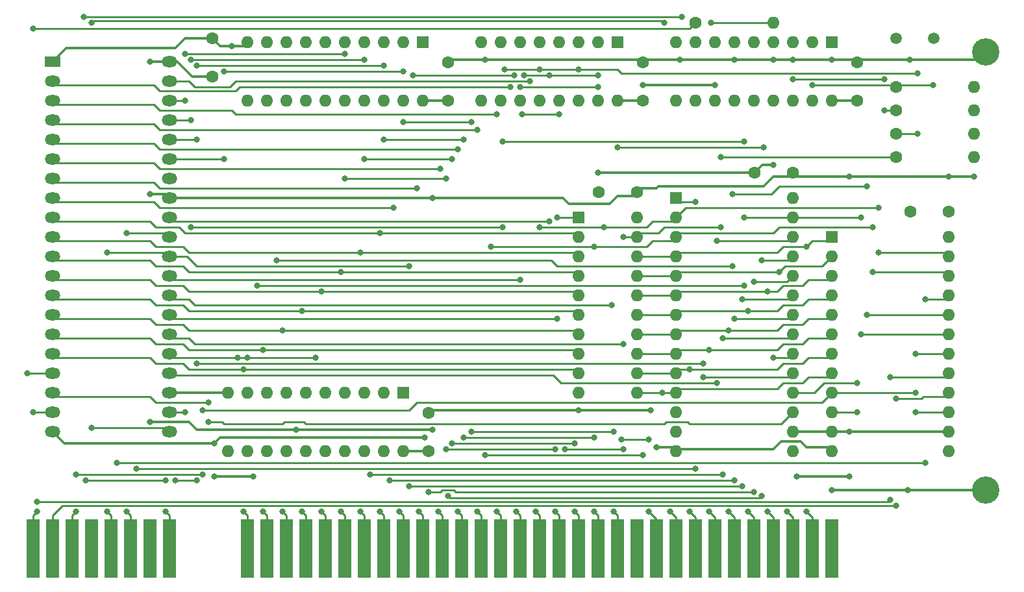
<source format=gbr>
G04 #@! TF.GenerationSoftware,KiCad,Pcbnew,(5.1.8)-1*
G04 #@! TF.CreationDate,2022-07-22T12:19:48-06:00*
G04 #@! TF.ProjectId,8088,38303838-2e6b-4696-9361-645f70636258,rev?*
G04 #@! TF.SameCoordinates,Original*
G04 #@! TF.FileFunction,Copper,L1,Top*
G04 #@! TF.FilePolarity,Positive*
%FSLAX46Y46*%
G04 Gerber Fmt 4.6, Leading zero omitted, Abs format (unit mm)*
G04 Created by KiCad (PCBNEW (5.1.8)-1) date 2022-07-22 12:19:48*
%MOMM*%
%LPD*%
G01*
G04 APERTURE LIST*
G04 #@! TA.AperFunction,ComponentPad*
%ADD10O,2.000000X1.440000*%
G04 #@! TD*
G04 #@! TA.AperFunction,ComponentPad*
%ADD11R,2.000000X1.440000*%
G04 #@! TD*
G04 #@! TA.AperFunction,ComponentPad*
%ADD12C,1.600000*%
G04 #@! TD*
G04 #@! TA.AperFunction,ComponentPad*
%ADD13C,1.500000*%
G04 #@! TD*
G04 #@! TA.AperFunction,ComponentPad*
%ADD14O,1.600000X1.600000*%
G04 #@! TD*
G04 #@! TA.AperFunction,ComponentPad*
%ADD15R,1.600000X1.600000*%
G04 #@! TD*
G04 #@! TA.AperFunction,ConnectorPad*
%ADD16R,1.780000X7.620000*%
G04 #@! TD*
G04 #@! TA.AperFunction,ComponentPad*
%ADD17C,3.556000*%
G04 #@! TD*
G04 #@! TA.AperFunction,ViaPad*
%ADD18C,0.800000*%
G04 #@! TD*
G04 #@! TA.AperFunction,Conductor*
%ADD19C,0.330200*%
G04 #@! TD*
G04 #@! TA.AperFunction,Conductor*
%ADD20C,0.250000*%
G04 #@! TD*
G04 APERTURE END LIST*
D10*
G04 #@! TO.P,U1,21*
G04 #@! TO.N,/RESET1*
X75176380Y-114528600D03*
G04 #@! TO.P,U1,20*
G04 #@! TO.N,/GND*
X59936380Y-114528600D03*
G04 #@! TO.P,U1,22*
G04 #@! TO.N,/READY1*
X75176380Y-111988600D03*
G04 #@! TO.P,U1,19*
G04 #@! TO.N,/CLK_88*
X59936380Y-111988600D03*
G04 #@! TO.P,U1,23*
G04 #@! TO.N,/GND*
X75176380Y-109448600D03*
G04 #@! TO.P,U1,18*
G04 #@! TO.N,/INTR*
X59936380Y-109448600D03*
G04 #@! TO.P,U1,24*
G04 #@! TO.N,/INTA*
X75176380Y-106908600D03*
G04 #@! TO.P,U1,17*
G04 #@! TO.N,/NMI*
X59936380Y-106908600D03*
G04 #@! TO.P,U1,25*
G04 #@! TO.N,/ALE*
X75176380Y-104368600D03*
G04 #@! TO.P,U1,16*
G04 #@! TO.N,/AD0*
X59936380Y-104368600D03*
G04 #@! TO.P,U1,26*
G04 #@! TO.N,/DEN*
X75176380Y-101828600D03*
G04 #@! TO.P,U1,15*
G04 #@! TO.N,/AD1*
X59936380Y-101828600D03*
G04 #@! TO.P,U1,27*
G04 #@! TO.N,/DTR*
X75176380Y-99288600D03*
G04 #@! TO.P,U1,14*
G04 #@! TO.N,/AD2*
X59936380Y-99288600D03*
G04 #@! TO.P,U1,28*
G04 #@! TO.N,/IO_M*
X75176380Y-96748600D03*
G04 #@! TO.P,U1,13*
G04 #@! TO.N,/AD3*
X59936380Y-96748600D03*
G04 #@! TO.P,U1,29*
G04 #@! TO.N,/WR*
X75176380Y-94208600D03*
G04 #@! TO.P,U1,12*
G04 #@! TO.N,/AD4*
X59936380Y-94208600D03*
G04 #@! TO.P,U1,30*
G04 #@! TO.N,/HOLDA*
X75176380Y-91668600D03*
G04 #@! TO.P,U1,11*
G04 #@! TO.N,/AD5*
X59936380Y-91668600D03*
G04 #@! TO.P,U1,31*
G04 #@! TO.N,/HOLD*
X75176380Y-89128600D03*
G04 #@! TO.P,U1,10*
G04 #@! TO.N,/AD6*
X59936380Y-89128600D03*
G04 #@! TO.P,U1,32*
G04 #@! TO.N,/RD*
X75176380Y-86588600D03*
G04 #@! TO.P,U1,9*
G04 #@! TO.N,/AD7*
X59936380Y-86588600D03*
G04 #@! TO.P,U1,33*
G04 #@! TO.N,/5+*
X75176380Y-84048600D03*
G04 #@! TO.P,U1,8*
G04 #@! TO.N,/A8*
X59936380Y-84048600D03*
G04 #@! TO.P,U1,34*
G04 #@! TO.N,Net-(U1-Pad34)*
X75176380Y-81508600D03*
G04 #@! TO.P,U1,7*
G04 #@! TO.N,/A9*
X59936380Y-81508600D03*
G04 #@! TO.P,U1,35*
G04 #@! TO.N,/A19_*
X75176380Y-78968600D03*
G04 #@! TO.P,U1,6*
G04 #@! TO.N,/A10*
X59936380Y-78968600D03*
G04 #@! TO.P,U1,36*
G04 #@! TO.N,/A18_*
X75176380Y-76428600D03*
G04 #@! TO.P,U1,5*
G04 #@! TO.N,/A11*
X59936380Y-76428600D03*
G04 #@! TO.P,U1,37*
G04 #@! TO.N,/A17_*
X75176380Y-73888600D03*
G04 #@! TO.P,U1,4*
G04 #@! TO.N,/A12*
X59936380Y-73888600D03*
G04 #@! TO.P,U1,38*
G04 #@! TO.N,/A16_*
X75176380Y-71348600D03*
G04 #@! TO.P,U1,3*
G04 #@! TO.N,/A13*
X59936380Y-71348600D03*
G04 #@! TO.P,U1,39*
G04 #@! TO.N,/A15*
X75176380Y-68808600D03*
G04 #@! TO.P,U1,2*
G04 #@! TO.N,/A14*
X59936380Y-68808600D03*
G04 #@! TO.P,U1,40*
G04 #@! TO.N,/5+*
X75176380Y-66268600D03*
D11*
G04 #@! TO.P,U1,1*
G04 #@! TO.N,/GND*
X59936380Y-66268600D03*
G04 #@! TD*
D12*
G04 #@! TO.P,C1,2*
G04 #@! TO.N,/5+*
X80764380Y-68220600D03*
G04 #@! TO.P,C1,1*
G04 #@! TO.N,/GND*
X80764380Y-63220600D03*
G04 #@! TD*
D13*
G04 #@! TO.P,Y1,2*
G04 #@! TO.N,/X1*
X174818380Y-63220600D03*
G04 #@! TO.P,Y1,1*
G04 #@! TO.N,/X2*
X169918380Y-63220600D03*
G04 #@! TD*
D14*
G04 #@! TO.P,U5,16*
G04 #@! TO.N,/5+*
X133596380Y-71348600D03*
G04 #@! TO.P,U5,8*
G04 #@! TO.N,/GND*
X115816380Y-63728600D03*
G04 #@! TO.P,U5,15*
G04 #@! TO.N,/HOLDA*
X131056380Y-71348600D03*
G04 #@! TO.P,U5,7*
G04 #@! TO.N,/IORD*
X118356380Y-63728600D03*
G04 #@! TO.P,U5,14*
G04 #@! TO.N,/PU1*
X128516380Y-71348600D03*
G04 #@! TO.P,U5,6*
G04 #@! TO.N,/RD*
X120896380Y-63728600D03*
G04 #@! TO.P,U5,13*
G04 #@! TO.N,/WR*
X125976380Y-71348600D03*
G04 #@! TO.P,U5,5*
G04 #@! TO.N,/PU1*
X123436380Y-63728600D03*
G04 #@! TO.P,U5,12*
G04 #@! TO.N,/IOWR*
X123436380Y-71348600D03*
G04 #@! TO.P,U5,4*
G04 #@! TO.N,/MRD*
X125976380Y-63728600D03*
G04 #@! TO.P,U5,11*
G04 #@! TO.N,/WR*
X120896380Y-71348600D03*
G04 #@! TO.P,U5,3*
G04 #@! TO.N,/PU1*
X128516380Y-63728600D03*
G04 #@! TO.P,U5,10*
X118356380Y-71348600D03*
G04 #@! TO.P,U5,2*
G04 #@! TO.N,/RD*
X131056380Y-63728600D03*
G04 #@! TO.P,U5,9*
G04 #@! TO.N,/MWR*
X115816380Y-71348600D03*
D15*
G04 #@! TO.P,U5,1*
G04 #@! TO.N,/IO_M*
X133596380Y-63728600D03*
G04 #@! TD*
D14*
G04 #@! TO.P,U8,24*
G04 #@! TO.N,/5+*
X176776380Y-89128600D03*
G04 #@! TO.P,U8,12*
G04 #@! TO.N,/GND*
X161536380Y-117068600D03*
G04 #@! TO.P,U8,23*
G04 #@! TO.N,/IOWR*
X176776380Y-91668600D03*
G04 #@! TO.P,U8,11*
G04 #@! TO.N,/5+*
X161536380Y-114528600D03*
G04 #@! TO.P,U8,22*
G04 #@! TO.N,/IORD*
X176776380Y-94208600D03*
G04 #@! TO.P,U8,10*
G04 #@! TO.N,/IRQ0*
X161536380Y-111988600D03*
G04 #@! TO.P,U8,21*
G04 #@! TO.N,/IO_004X*
X176776380Y-96748600D03*
G04 #@! TO.P,U8,9*
G04 #@! TO.N,/HF_PCLK*
X161536380Y-109448600D03*
G04 #@! TO.P,U8,20*
G04 #@! TO.N,/A1*
X176776380Y-99288600D03*
G04 #@! TO.P,U8,8*
G04 #@! TO.N,/D0*
X161536380Y-106908600D03*
G04 #@! TO.P,U8,19*
G04 #@! TO.N,/A0*
X176776380Y-101828600D03*
G04 #@! TO.P,U8,7*
G04 #@! TO.N,/D1*
X161536380Y-104368600D03*
G04 #@! TO.P,U8,18*
G04 #@! TO.N,/HF_PCLK*
X176776380Y-104368600D03*
G04 #@! TO.P,U8,6*
G04 #@! TO.N,/D2*
X161536380Y-101828600D03*
G04 #@! TO.P,U8,17*
G04 #@! TO.N,/SPK_OUT*
X176776380Y-106908600D03*
G04 #@! TO.P,U8,5*
G04 #@! TO.N,/D3*
X161536380Y-99288600D03*
G04 #@! TO.P,U8,16*
G04 #@! TO.N,/SPK_GO*
X176776380Y-109448600D03*
G04 #@! TO.P,U8,4*
G04 #@! TO.N,/D4*
X161536380Y-96748600D03*
G04 #@! TO.P,U8,15*
G04 #@! TO.N,/HF_PCLK*
X176776380Y-111988600D03*
G04 #@! TO.P,U8,3*
G04 #@! TO.N,/D5*
X161536380Y-94208600D03*
G04 #@! TO.P,U8,14*
G04 #@! TO.N,/5+*
X176776380Y-114528600D03*
G04 #@! TO.P,U8,2*
G04 #@! TO.N,/D6*
X161536380Y-91668600D03*
G04 #@! TO.P,U8,13*
G04 #@! TO.N,Net-(U8-Pad13)*
X176776380Y-117068600D03*
D15*
G04 #@! TO.P,U8,1*
G04 #@! TO.N,/D7*
X161536380Y-89128600D03*
G04 #@! TD*
D14*
G04 #@! TO.P,U7,28*
G04 #@! TO.N,/5+*
X156456380Y-84048600D03*
G04 #@! TO.P,U7,14*
G04 #@! TO.N,/GND*
X141216380Y-117068600D03*
G04 #@! TO.P,U7,27*
G04 #@! TO.N,/A0*
X156456380Y-86588600D03*
G04 #@! TO.P,U7,13*
G04 #@! TO.N,Net-(U7-Pad13)*
X141216380Y-114528600D03*
G04 #@! TO.P,U7,26*
G04 #@! TO.N,/INTA*
X156456380Y-89128600D03*
G04 #@! TO.P,U7,12*
G04 #@! TO.N,Net-(U7-Pad12)*
X141216380Y-111988600D03*
G04 #@! TO.P,U7,25*
G04 #@! TO.N,/IRQ7*
X156456380Y-91668600D03*
G04 #@! TO.P,U7,11*
G04 #@! TO.N,/D0*
X141216380Y-109448600D03*
G04 #@! TO.P,U7,24*
G04 #@! TO.N,/IRQ6*
X156456380Y-94208600D03*
G04 #@! TO.P,U7,10*
G04 #@! TO.N,/D1*
X141216380Y-106908600D03*
G04 #@! TO.P,U7,23*
G04 #@! TO.N,/IRQ5*
X156456380Y-96748600D03*
G04 #@! TO.P,U7,9*
G04 #@! TO.N,/D2*
X141216380Y-104368600D03*
G04 #@! TO.P,U7,22*
G04 #@! TO.N,/IRQ4*
X156456380Y-99288600D03*
G04 #@! TO.P,U7,8*
G04 #@! TO.N,/D3*
X141216380Y-101828600D03*
G04 #@! TO.P,U7,21*
G04 #@! TO.N,/IRQ3*
X156456380Y-101828600D03*
G04 #@! TO.P,U7,7*
G04 #@! TO.N,/D4*
X141216380Y-99288600D03*
G04 #@! TO.P,U7,20*
G04 #@! TO.N,/IRQ2*
X156456380Y-104368600D03*
G04 #@! TO.P,U7,6*
G04 #@! TO.N,/D5*
X141216380Y-96748600D03*
G04 #@! TO.P,U7,19*
G04 #@! TO.N,/IRQ1*
X156456380Y-106908600D03*
G04 #@! TO.P,U7,5*
G04 #@! TO.N,/D6*
X141216380Y-94208600D03*
G04 #@! TO.P,U7,18*
G04 #@! TO.N,/IRQ0*
X156456380Y-109448600D03*
G04 #@! TO.P,U7,4*
G04 #@! TO.N,/D7*
X141216380Y-91668600D03*
G04 #@! TO.P,U7,17*
G04 #@! TO.N,/INTR*
X156456380Y-111988600D03*
G04 #@! TO.P,U7,3*
G04 #@! TO.N,/IORD*
X141216380Y-89128600D03*
G04 #@! TO.P,U7,16*
G04 #@! TO.N,/5+*
X156456380Y-114528600D03*
G04 #@! TO.P,U7,2*
G04 #@! TO.N,/IOWR*
X141216380Y-86588600D03*
G04 #@! TO.P,U7,15*
G04 #@! TO.N,Net-(U7-Pad15)*
X156456380Y-117068600D03*
D15*
G04 #@! TO.P,U7,1*
G04 #@! TO.N,/IO_002X*
X141216380Y-84048600D03*
G04 #@! TD*
D14*
G04 #@! TO.P,U6,18*
G04 #@! TO.N,/5+*
X161536380Y-71348600D03*
G04 #@! TO.P,U6,9*
G04 #@! TO.N,/GND*
X141216380Y-63728600D03*
G04 #@! TO.P,U6,17*
G04 #@! TO.N,/X1*
X158996380Y-71348600D03*
G04 #@! TO.P,U6,8*
G04 #@! TO.N,/CLK1*
X143756380Y-63728600D03*
G04 #@! TO.P,U6,16*
G04 #@! TO.N,/X2*
X156456380Y-71348600D03*
G04 #@! TO.P,U6,7*
G04 #@! TO.N,/5+*
X146296380Y-63728600D03*
G04 #@! TO.P,U6,15*
G04 #@! TO.N,/GND*
X153916380Y-71348600D03*
G04 #@! TO.P,U6,6*
X148836380Y-63728600D03*
G04 #@! TO.P,U6,14*
G04 #@! TO.N,Net-(U6-Pad14)*
X151376380Y-71348600D03*
G04 #@! TO.P,U6,5*
G04 #@! TO.N,/READY1*
X151376380Y-63728600D03*
G04 #@! TO.P,U6,13*
G04 #@! TO.N,/GND*
X148836380Y-71348600D03*
G04 #@! TO.P,U6,4*
G04 #@! TO.N,/RDY1*
X153916380Y-63728600D03*
G04 #@! TO.P,U6,12*
G04 #@! TO.N,Net-(U6-Pad12)*
X146296380Y-71348600D03*
G04 #@! TO.P,U6,3*
G04 #@! TO.N,/GND*
X156456380Y-63728600D03*
G04 #@! TO.P,U6,11*
G04 #@! TO.N,/RESET*
X143756380Y-71348600D03*
G04 #@! TO.P,U6,2*
G04 #@! TO.N,Net-(U6-Pad2)*
X158996380Y-63728600D03*
G04 #@! TO.P,U6,10*
G04 #@! TO.N,/RESET1*
X141216380Y-71348600D03*
D15*
G04 #@! TO.P,U6,1*
G04 #@! TO.N,/GND*
X161536380Y-63728600D03*
G04 #@! TD*
D14*
G04 #@! TO.P,R4,2*
G04 #@! TO.N,/5+*
X180078380Y-75666600D03*
D12*
G04 #@! TO.P,R4,1*
G04 #@! TO.N,/PU1*
X169918380Y-75666600D03*
G04 #@! TD*
D14*
G04 #@! TO.P,R2,2*
G04 #@! TO.N,/GND*
X180078380Y-69570600D03*
D12*
G04 #@! TO.P,R2,1*
G04 #@! TO.N,/X1*
X169918380Y-69570600D03*
G04 #@! TD*
D14*
G04 #@! TO.P,R3,2*
G04 #@! TO.N,/GND*
X180078380Y-72618600D03*
D12*
G04 #@! TO.P,R3,1*
G04 #@! TO.N,/X2*
X169918380Y-72618600D03*
G04 #@! TD*
D14*
G04 #@! TO.P,R1,2*
G04 #@! TO.N,/CLK1*
X153916380Y-61188600D03*
D12*
G04 #@! TO.P,R1,1*
G04 #@! TO.N,/CLK_88*
X143756380Y-61188600D03*
G04 #@! TD*
D14*
G04 #@! TO.P,R5,2*
G04 #@! TO.N,/5+*
X180078380Y-78714600D03*
D12*
G04 #@! TO.P,R5,1*
G04 #@! TO.N,/DEN*
X169918380Y-78714600D03*
G04 #@! TD*
G04 #@! TO.P,C8,2*
G04 #@! TO.N,/5+*
X176776380Y-85826600D03*
G04 #@! TO.P,C8,1*
G04 #@! TO.N,/GND*
X171776380Y-85826600D03*
G04 #@! TD*
G04 #@! TO.P,C7,2*
G04 #@! TO.N,/5+*
X156456380Y-80746600D03*
G04 #@! TO.P,C7,1*
G04 #@! TO.N,/GND*
X151456380Y-80746600D03*
G04 #@! TD*
G04 #@! TO.P,C6,2*
G04 #@! TO.N,/5+*
X164838380Y-71348600D03*
G04 #@! TO.P,C6,1*
G04 #@! TO.N,/GND*
X164838380Y-66348600D03*
G04 #@! TD*
G04 #@! TO.P,C5,2*
G04 #@! TO.N,/5+*
X136898380Y-71348600D03*
G04 #@! TO.P,C5,1*
G04 #@! TO.N,/GND*
X136898380Y-66348600D03*
G04 #@! TD*
D16*
G04 #@! TO.P,J1,9*
G04 #@! TO.N,/SPK_OUT*
X57396380Y-129768600D03*
G04 #@! TO.P,J1,10*
G04 #@! TO.N,/SPK_GO*
X59936380Y-129768600D03*
G04 #@! TO.P,J1,11*
G04 #@! TO.N,/HF_PCLK*
X62476380Y-129768600D03*
G04 #@! TO.P,J1,12*
G04 #@! TO.N,/DRQ0*
X65016380Y-129768600D03*
G04 #@! TO.P,J1,13*
G04 #@! TO.N,/HOLDA*
X67556380Y-129768600D03*
G04 #@! TO.P,J1,14*
G04 #@! TO.N,/HOLD*
X70096380Y-129768600D03*
G04 #@! TO.P,J1,15*
G04 #@! TO.N,/READY*
X72636380Y-129768600D03*
G04 #@! TO.P,J1,16*
G04 #@! TO.N,/RESET*
X75176380Y-129768600D03*
G04 #@! TD*
D14*
G04 #@! TO.P,U4,20*
G04 #@! TO.N,/5+*
X136136380Y-86588600D03*
G04 #@! TO.P,U4,10*
G04 #@! TO.N,/GND*
X128516380Y-109448600D03*
G04 #@! TO.P,U4,19*
G04 #@! TO.N,/DEN*
X136136380Y-89128600D03*
G04 #@! TO.P,U4,9*
G04 #@! TO.N,/AD0*
X128516380Y-106908600D03*
G04 #@! TO.P,U4,18*
G04 #@! TO.N,/D7*
X136136380Y-91668600D03*
G04 #@! TO.P,U4,8*
G04 #@! TO.N,/AD1*
X128516380Y-104368600D03*
G04 #@! TO.P,U4,17*
G04 #@! TO.N,/D6*
X136136380Y-94208600D03*
G04 #@! TO.P,U4,7*
G04 #@! TO.N,/AD2*
X128516380Y-101828600D03*
G04 #@! TO.P,U4,16*
G04 #@! TO.N,/D5*
X136136380Y-96748600D03*
G04 #@! TO.P,U4,6*
G04 #@! TO.N,/AD3*
X128516380Y-99288600D03*
G04 #@! TO.P,U4,15*
G04 #@! TO.N,/D4*
X136136380Y-99288600D03*
G04 #@! TO.P,U4,5*
G04 #@! TO.N,/AD4*
X128516380Y-96748600D03*
G04 #@! TO.P,U4,14*
G04 #@! TO.N,/D3*
X136136380Y-101828600D03*
G04 #@! TO.P,U4,4*
G04 #@! TO.N,/AD5*
X128516380Y-94208600D03*
G04 #@! TO.P,U4,13*
G04 #@! TO.N,/D2*
X136136380Y-104368600D03*
G04 #@! TO.P,U4,3*
G04 #@! TO.N,/AD6*
X128516380Y-91668600D03*
G04 #@! TO.P,U4,12*
G04 #@! TO.N,/D1*
X136136380Y-106908600D03*
G04 #@! TO.P,U4,2*
G04 #@! TO.N,/AD7*
X128516380Y-89128600D03*
G04 #@! TO.P,U4,11*
G04 #@! TO.N,/D0*
X136136380Y-109448600D03*
D15*
G04 #@! TO.P,U4,1*
G04 #@! TO.N,/DTR*
X128516380Y-86588600D03*
G04 #@! TD*
D14*
G04 #@! TO.P,U2,20*
G04 #@! TO.N,/5+*
X108196380Y-71348600D03*
G04 #@! TO.P,U2,10*
G04 #@! TO.N,/GND*
X85336380Y-63728600D03*
G04 #@! TO.P,U2,19*
G04 #@! TO.N,/A19*
X105656380Y-71348600D03*
G04 #@! TO.P,U2,9*
G04 #@! TO.N,Net-(U2-Pad9)*
X87876380Y-63728600D03*
G04 #@! TO.P,U2,18*
G04 #@! TO.N,/A18*
X103116380Y-71348600D03*
G04 #@! TO.P,U2,8*
G04 #@! TO.N,Net-(U2-Pad8)*
X90416380Y-63728600D03*
G04 #@! TO.P,U2,17*
G04 #@! TO.N,/A17*
X100576380Y-71348600D03*
G04 #@! TO.P,U2,7*
G04 #@! TO.N,Net-(U2-Pad7)*
X92956380Y-63728600D03*
G04 #@! TO.P,U2,16*
G04 #@! TO.N,/A16*
X98036380Y-71348600D03*
G04 #@! TO.P,U2,6*
G04 #@! TO.N,Net-(U2-Pad6)*
X95496380Y-63728600D03*
G04 #@! TO.P,U2,15*
G04 #@! TO.N,Net-(U2-Pad15)*
X95496380Y-71348600D03*
G04 #@! TO.P,U2,5*
G04 #@! TO.N,/A16_*
X98036380Y-63728600D03*
G04 #@! TO.P,U2,14*
G04 #@! TO.N,Net-(U2-Pad14)*
X92956380Y-71348600D03*
G04 #@! TO.P,U2,4*
G04 #@! TO.N,/A17_*
X100576380Y-63728600D03*
G04 #@! TO.P,U2,13*
G04 #@! TO.N,Net-(U2-Pad13)*
X90416380Y-71348600D03*
G04 #@! TO.P,U2,3*
G04 #@! TO.N,/A18_*
X103116380Y-63728600D03*
G04 #@! TO.P,U2,12*
G04 #@! TO.N,Net-(U2-Pad12)*
X87876380Y-71348600D03*
G04 #@! TO.P,U2,2*
G04 #@! TO.N,/A19_*
X105656380Y-63728600D03*
G04 #@! TO.P,U2,11*
G04 #@! TO.N,/ALE*
X85336380Y-71348600D03*
D15*
G04 #@! TO.P,U2,1*
G04 #@! TO.N,/HOLDA*
X108196380Y-63728600D03*
G04 #@! TD*
D14*
G04 #@! TO.P,U3,20*
G04 #@! TO.N,/5+*
X105656380Y-117068600D03*
G04 #@! TO.P,U3,10*
G04 #@! TO.N,/GND*
X82796380Y-109448600D03*
G04 #@! TO.P,U3,19*
G04 #@! TO.N,/A7*
X103116380Y-117068600D03*
G04 #@! TO.P,U3,9*
G04 #@! TO.N,/AD0*
X85336380Y-109448600D03*
G04 #@! TO.P,U3,18*
G04 #@! TO.N,/A6*
X100576380Y-117068600D03*
G04 #@! TO.P,U3,8*
G04 #@! TO.N,/AD1*
X87876380Y-109448600D03*
G04 #@! TO.P,U3,17*
G04 #@! TO.N,/A5*
X98036380Y-117068600D03*
G04 #@! TO.P,U3,7*
G04 #@! TO.N,/AD2*
X90416380Y-109448600D03*
G04 #@! TO.P,U3,16*
G04 #@! TO.N,/A4*
X95496380Y-117068600D03*
G04 #@! TO.P,U3,6*
G04 #@! TO.N,/AD3*
X92956380Y-109448600D03*
G04 #@! TO.P,U3,15*
G04 #@! TO.N,/A3*
X92956380Y-117068600D03*
G04 #@! TO.P,U3,5*
G04 #@! TO.N,/AD4*
X95496380Y-109448600D03*
G04 #@! TO.P,U3,14*
G04 #@! TO.N,/A2*
X90416380Y-117068600D03*
G04 #@! TO.P,U3,4*
G04 #@! TO.N,/AD5*
X98036380Y-109448600D03*
G04 #@! TO.P,U3,13*
G04 #@! TO.N,/A1*
X87876380Y-117068600D03*
G04 #@! TO.P,U3,3*
G04 #@! TO.N,/AD6*
X100576380Y-109448600D03*
G04 #@! TO.P,U3,12*
G04 #@! TO.N,/A0*
X85336380Y-117068600D03*
G04 #@! TO.P,U3,2*
G04 #@! TO.N,/AD7*
X103116380Y-109448600D03*
G04 #@! TO.P,U3,11*
G04 #@! TO.N,/ALE*
X82796380Y-117068600D03*
D15*
G04 #@! TO.P,U3,1*
G04 #@! TO.N,/HOLDA*
X105656380Y-109448600D03*
G04 #@! TD*
D12*
G04 #@! TO.P,C4,2*
G04 #@! TO.N,/5+*
X136136380Y-83286600D03*
G04 #@! TO.P,C4,1*
G04 #@! TO.N,/GND*
X131136380Y-83286600D03*
G04 #@! TD*
G04 #@! TO.P,C3,2*
G04 #@! TO.N,/5+*
X108958380Y-117068600D03*
G04 #@! TO.P,C3,1*
G04 #@! TO.N,/GND*
X108958380Y-112068600D03*
G04 #@! TD*
G04 #@! TO.P,C2,2*
G04 #@! TO.N,/5+*
X111498380Y-71348600D03*
G04 #@! TO.P,C2,1*
G04 #@! TO.N,/GND*
X111498380Y-66348600D03*
G04 #@! TD*
D16*
G04 #@! TO.P,J9,62*
G04 #@! TO.N,/A0*
X85336380Y-129768600D03*
G04 #@! TO.P,J9,61*
G04 #@! TO.N,/A1*
X87876380Y-129768600D03*
G04 #@! TO.P,J9,60*
G04 #@! TO.N,/A2*
X90416380Y-129768600D03*
G04 #@! TO.P,J9,59*
G04 #@! TO.N,/A3*
X92956380Y-129768600D03*
G04 #@! TO.P,J9,58*
G04 #@! TO.N,/A4*
X95496380Y-129768600D03*
G04 #@! TO.P,J9,57*
G04 #@! TO.N,/A5*
X98036380Y-129768600D03*
G04 #@! TO.P,J9,56*
G04 #@! TO.N,/A6*
X100576380Y-129768600D03*
G04 #@! TO.P,J9,55*
G04 #@! TO.N,/A7*
X103116380Y-129768600D03*
G04 #@! TO.P,J9,54*
G04 #@! TO.N,/A8*
X105656380Y-129768600D03*
G04 #@! TO.P,J9,53*
G04 #@! TO.N,/A9*
X108196380Y-129768600D03*
G04 #@! TO.P,J9,52*
G04 #@! TO.N,/A10*
X110736380Y-129768600D03*
G04 #@! TO.P,J9,51*
G04 #@! TO.N,/A11*
X113276380Y-129768600D03*
G04 #@! TO.P,J9,50*
G04 #@! TO.N,/A12*
X115816380Y-129768600D03*
G04 #@! TO.P,J9,49*
G04 #@! TO.N,/A13*
X118356380Y-129768600D03*
G04 #@! TO.P,J9,48*
G04 #@! TO.N,/A14*
X120896380Y-129768600D03*
G04 #@! TO.P,J9,47*
G04 #@! TO.N,/A15*
X123436380Y-129768600D03*
G04 #@! TO.P,J9,46*
G04 #@! TO.N,/A16*
X125976380Y-129768600D03*
G04 #@! TO.P,J9,45*
G04 #@! TO.N,/A17*
X128516380Y-129768600D03*
G04 #@! TO.P,J9,44*
G04 #@! TO.N,/A18*
X131056380Y-129768600D03*
G04 #@! TO.P,J9,43*
G04 #@! TO.N,/A19*
X133596380Y-129768600D03*
G04 #@! TO.P,J9,42*
G04 #@! TO.N,/AEN*
X136136380Y-129768600D03*
G04 #@! TO.P,J9,41*
G04 #@! TO.N,/RDY1*
X138676380Y-129768600D03*
G04 #@! TO.P,J9,40*
G04 #@! TO.N,/D0*
X141216380Y-129768600D03*
G04 #@! TO.P,J9,39*
G04 #@! TO.N,/D1*
X143756380Y-129768600D03*
G04 #@! TO.P,J9,38*
G04 #@! TO.N,/D2*
X146296380Y-129768600D03*
G04 #@! TO.P,J9,37*
G04 #@! TO.N,/D3*
X148836380Y-129768600D03*
G04 #@! TO.P,J9,36*
G04 #@! TO.N,/D4*
X151376380Y-129768600D03*
G04 #@! TO.P,J9,35*
G04 #@! TO.N,/D5*
X153916380Y-129768600D03*
G04 #@! TO.P,J9,34*
G04 #@! TO.N,/D6*
X156456380Y-129768600D03*
G04 #@! TO.P,J9,33*
G04 #@! TO.N,/D7*
X158996380Y-129768600D03*
G04 #@! TO.P,J9,32*
G04 #@! TO.N,/CH_CK*
X161536380Y-129768600D03*
G04 #@! TD*
D17*
G04 #@! TO.P,R,1*
G04 #@! TO.N,/GND*
X181602380Y-122148600D03*
G04 #@! TD*
G04 #@! TO.P,R,1*
G04 #@! TO.N,/GND*
X181602380Y-64998600D03*
G04 #@! TD*
D18*
G04 #@! TO.N,/5+*
X156964380Y-120370600D03*
X163822380Y-120370600D03*
X163822380Y-114528600D03*
X72636380Y-83540600D03*
X176776380Y-81254600D03*
X109466380Y-84048600D03*
X72636380Y-113258600D03*
X109466380Y-114274596D03*
X163822380Y-81254600D03*
X146296380Y-69316600D03*
X136898380Y-69316600D03*
X180078380Y-81254600D03*
X91686384Y-114274596D03*
X72636380Y-66268600D03*
G04 #@! TO.N,/GND*
X161536380Y-122148600D03*
X108450380Y-115290600D03*
X83304380Y-64236600D03*
X161536380Y-66014600D03*
X156456380Y-66014600D03*
X153916380Y-66014600D03*
X148836380Y-66014600D03*
X141724380Y-66014600D03*
X116324380Y-66014600D03*
X128516380Y-111734600D03*
X137914380Y-111734600D03*
X171696380Y-66014600D03*
X171442380Y-122148600D03*
X153916380Y-79730600D03*
X131056380Y-80746600D03*
X138676380Y-116560600D03*
X81018380Y-116052600D03*
X86098380Y-120370600D03*
X81018380Y-120370600D03*
G04 #@! TO.N,/IRQ2*
X153916380Y-104876600D03*
G04 #@! TO.N,/IRQ7*
X152392380Y-92176600D03*
X111498380Y-122910600D03*
X152392380Y-122910600D03*
G04 #@! TO.N,/IRQ6*
X108958380Y-122402600D03*
X151376380Y-94970600D03*
X151376380Y-122402600D03*
G04 #@! TO.N,/IRQ5*
X106418380Y-121640600D03*
X149852380Y-121640600D03*
X149852380Y-97256600D03*
G04 #@! TO.N,/IRQ4*
X103878380Y-120878600D03*
X148836380Y-120878600D03*
X148836380Y-99796600D03*
G04 #@! TO.N,/IRQ3*
X101338380Y-120116600D03*
X147312380Y-120116600D03*
X147312380Y-102336600D03*
G04 #@! TO.N,/ALE*
X84066380Y-104876600D03*
X85336380Y-104876600D03*
X94226380Y-104876600D03*
G04 #@! TO.N,/D7*
X158234380Y-124942600D03*
X158234380Y-90398600D03*
G04 #@! TO.N,/D6*
X155694380Y-124942600D03*
X154678380Y-93700600D03*
G04 #@! TO.N,/D5*
X153154380Y-124942600D03*
X153154380Y-96240600D03*
G04 #@! TO.N,/D4*
X150614380Y-124942600D03*
X150614380Y-98780600D03*
G04 #@! TO.N,/D3*
X148074380Y-124942600D03*
X148074380Y-101320600D03*
G04 #@! TO.N,/D2*
X145534380Y-124942600D03*
X145534380Y-103860600D03*
G04 #@! TO.N,/D1*
X142994380Y-124942600D03*
X142994380Y-106400600D03*
G04 #@! TO.N,/D0*
X140454380Y-124942600D03*
X139438380Y-109448600D03*
G04 #@! TO.N,/RDY1*
X152646380Y-77444600D03*
X133596380Y-77444600D03*
X134104380Y-115544600D03*
X137660380Y-115544600D03*
X137660380Y-124942600D03*
G04 #@! TO.N,/A19*
X133088380Y-124942600D03*
X133088380Y-114528600D03*
X114546380Y-114528600D03*
X114546380Y-74142600D03*
X105656380Y-74142600D03*
G04 #@! TO.N,/A18*
X130548380Y-124942600D03*
X130548380Y-115290600D03*
X103116380Y-76428600D03*
X113530380Y-76428600D03*
X113530380Y-115290600D03*
G04 #@! TO.N,/A17*
X128008380Y-124942600D03*
X128008380Y-116052600D03*
X100576380Y-78968600D03*
X112006380Y-78968600D03*
X112006380Y-116052600D03*
G04 #@! TO.N,/A16*
X125468380Y-124942600D03*
X125468380Y-116814600D03*
X111244380Y-116814600D03*
X98036388Y-81508600D03*
X111244380Y-81508600D03*
G04 #@! TO.N,/A15*
X122928380Y-124942600D03*
X122166380Y-68808600D03*
G04 #@! TO.N,/A14*
X120388380Y-124942600D03*
X119626380Y-69570600D03*
G04 #@! TO.N,/A13*
X117848380Y-124942600D03*
X117848380Y-73126600D03*
G04 #@! TO.N,/A12*
X115308380Y-124942600D03*
X115308380Y-75158600D03*
G04 #@! TO.N,/A11*
X112768380Y-124942600D03*
X112768380Y-77698600D03*
G04 #@! TO.N,/A10*
X110228380Y-124942600D03*
X110482380Y-80238600D03*
G04 #@! TO.N,/A9*
X107688380Y-124942600D03*
X107434380Y-82778600D03*
G04 #@! TO.N,/A8*
X105148380Y-124942600D03*
X104386380Y-85318600D03*
G04 #@! TO.N,/A7*
X102608380Y-124942600D03*
G04 #@! TO.N,/A6*
X100068380Y-124942600D03*
G04 #@! TO.N,/A5*
X97528380Y-124942600D03*
G04 #@! TO.N,/A4*
X94988380Y-124942600D03*
G04 #@! TO.N,/A3*
X92448380Y-124942600D03*
G04 #@! TO.N,/A2*
X89908380Y-124942600D03*
G04 #@! TO.N,/A1*
X87368380Y-124942600D03*
X89146380Y-92176600D03*
X148582380Y-92938600D03*
X148582380Y-83540600D03*
X166108380Y-82524600D03*
X166108380Y-99288600D03*
G04 #@! TO.N,/A0*
X84828380Y-124942600D03*
X86606380Y-95478600D03*
X150106380Y-86588600D03*
X150106380Y-95478600D03*
X165346380Y-86588600D03*
X165346380Y-101828600D03*
G04 #@! TO.N,/MWR*
X136898380Y-117576602D03*
X116324380Y-117576600D03*
G04 #@! TO.N,/MRD*
X126738380Y-116814600D03*
X134358382Y-116814600D03*
G04 #@! TO.N,/IOWR*
X123436380Y-87858600D03*
X131818380Y-87858600D03*
X167632380Y-85318590D03*
X167595381Y-91123601D03*
G04 #@! TO.N,/IORD*
X117086380Y-90398600D03*
X130548380Y-90398600D03*
X166870380Y-87858600D03*
X166870380Y-93700600D03*
G04 #@! TO.N,/AD0*
X84828380Y-106400600D03*
G04 #@! TO.N,/AD2*
X89908380Y-101320600D03*
G04 #@! TO.N,/AD4*
X94988380Y-96240600D03*
G04 #@! TO.N,/AD6*
X100068380Y-91160600D03*
G04 #@! TO.N,/AD1*
X87368380Y-103860600D03*
G04 #@! TO.N,/AD3*
X92448380Y-98780600D03*
G04 #@! TO.N,/AD5*
X97528380Y-93700600D03*
G04 #@! TO.N,/AD7*
X102608380Y-88620600D03*
G04 #@! TO.N,/A16_*
X98036380Y-65252600D03*
X77208380Y-71348602D03*
X77208380Y-65255710D03*
G04 #@! TO.N,/A18_*
X103116380Y-66776600D03*
X78732380Y-76428600D03*
X78732380Y-66776600D03*
G04 #@! TO.N,/A17_*
X100576380Y-66014600D03*
X77970380Y-66014600D03*
X77970380Y-73888600D03*
G04 #@! TO.N,/A19_*
X105656380Y-67538600D03*
X82288380Y-67538600D03*
X82288380Y-78968600D03*
G04 #@! TO.N,/SPK_OUT*
X57904380Y-124942600D03*
X57904368Y-123672600D03*
X169156380Y-123418600D03*
X169156380Y-107416600D03*
G04 #@! TO.N,/SPK_GO*
X169918380Y-124180600D03*
X169918380Y-110210600D03*
G04 #@! TO.N,/HF_PCLK*
X172458380Y-109448600D03*
X172458380Y-104368600D03*
X172458380Y-111988600D03*
X62984380Y-124942600D03*
X79494380Y-111734600D03*
X79494372Y-120116600D03*
X62984380Y-120116600D03*
G04 #@! TO.N,/HOLDA*
X67048380Y-124942600D03*
X67048380Y-91160600D03*
X106418380Y-92938600D03*
X106926380Y-68046600D03*
X120896380Y-69570600D03*
X120134380Y-68046600D03*
X131056380Y-69570600D03*
G04 #@! TO.N,/HOLD*
X69588380Y-124942600D03*
X69588380Y-88620600D03*
G04 #@! TO.N,/RESET*
X74668380Y-124942600D03*
X64254380Y-120878600D03*
X74668380Y-120878600D03*
X141978380Y-60426600D03*
X64000380Y-60426600D03*
G04 #@! TO.N,/NMI*
X56634380Y-106908600D03*
G04 #@! TO.N,/IO_004X*
X68318380Y-118592600D03*
X173728380Y-118592600D03*
X173728380Y-97256600D03*
G04 #@! TO.N,/IO_002X*
X143756380Y-119354600D03*
X143756380Y-84556600D03*
X70858380Y-119354600D03*
G04 #@! TO.N,/IRQ1*
X75938380Y-120878600D03*
X78732380Y-120878600D03*
X144772380Y-107416600D03*
X144772380Y-105638600D03*
X78732380Y-105638600D03*
G04 #@! TO.N,/DEN*
X134358380Y-103098600D03*
X134358380Y-89128600D03*
X147058380Y-87858600D03*
X147058380Y-78714600D03*
G04 #@! TO.N,/X1*
X158996380Y-69316600D03*
X174744380Y-69316600D03*
G04 #@! TO.N,/DTR*
X125722380Y-86588600D03*
X125722380Y-99796600D03*
G04 #@! TO.N,/X2*
X156456380Y-68554600D03*
X168394380Y-68554600D03*
X168394380Y-72618600D03*
G04 #@! TO.N,/CLK1*
X145788380Y-61188600D03*
G04 #@! TO.N,/CLK_88*
X57396380Y-111988600D03*
X57396380Y-61950600D03*
G04 #@! TO.N,/PU1*
X123436380Y-67284600D03*
X128516380Y-67284600D03*
X118864380Y-67284600D03*
X172712380Y-67792600D03*
X172712380Y-75666600D03*
G04 #@! TO.N,/READY1*
X150106380Y-76682600D03*
X118610380Y-76682600D03*
X118610380Y-87858600D03*
X77208380Y-111988600D03*
X77970380Y-87858600D03*
G04 #@! TO.N,/RESET1*
X139692380Y-61188600D03*
X65016380Y-114020600D03*
X65016380Y-61188600D03*
G04 #@! TO.N,/INTR*
X80256380Y-110718600D03*
X80256380Y-113258600D03*
G04 #@! TO.N,/RD*
X131056380Y-68046600D03*
X124706380Y-68046600D03*
X124706380Y-87096600D03*
X121404380Y-68046600D03*
G04 #@! TO.N,/WR*
X120896380Y-94716600D03*
X125976380Y-73126600D03*
X121150380Y-73126600D03*
G04 #@! TO.N,/IO_M*
X132834380Y-98018600D03*
G04 #@! TO.N,/INTA*
X146550380Y-108178600D03*
X146550380Y-89636600D03*
G04 #@! TO.N,/IRQ0*
X164838380Y-111988600D03*
X164838374Y-108178600D03*
G04 #@! TD*
D19*
G04 #@! TO.N,/5+*
X156964380Y-120370600D02*
X163822380Y-120370600D01*
X163822380Y-120370600D02*
X163822380Y-120370600D01*
X156456380Y-114528600D02*
X161536380Y-114528600D01*
X161536380Y-114528600D02*
X163822380Y-114528600D01*
X163822380Y-114528600D02*
X176776380Y-114528600D01*
X75176380Y-84048600D02*
X74668380Y-83540600D01*
X74668380Y-83540600D02*
X72636380Y-83540600D01*
X72636380Y-83540600D02*
X72636380Y-83540600D01*
X75176380Y-84048600D02*
X109466380Y-84048600D01*
X126484380Y-84048600D02*
X127246380Y-84810600D01*
X127246380Y-84810600D02*
X132580380Y-84810600D01*
X132580380Y-84810600D02*
X133596380Y-83794600D01*
X135628380Y-83794600D02*
X136136380Y-83286600D01*
X133596380Y-83794600D02*
X135628380Y-83794600D01*
X156456380Y-80746600D02*
X156964380Y-81254600D01*
X156964380Y-81254600D02*
X157726380Y-81254600D01*
X157726380Y-81254600D02*
X176776380Y-81254600D01*
X164838380Y-71348600D02*
X161536380Y-71348600D01*
X155948380Y-81254600D02*
X156456380Y-80746600D01*
X153916380Y-81254600D02*
X155948380Y-81254600D01*
X152646380Y-82524600D02*
X153916380Y-81254600D01*
X138930380Y-82524600D02*
X152646380Y-82524600D01*
X138676380Y-82778600D02*
X138930380Y-82524600D01*
X136644380Y-82778600D02*
X136136380Y-83286600D01*
X138676380Y-82778600D02*
X136644380Y-82778600D01*
X136898380Y-71348600D02*
X133596380Y-71348600D01*
X109466380Y-84048600D02*
X126484380Y-84048600D01*
X111498380Y-71348600D02*
X108196380Y-71348600D01*
X108958380Y-117068600D02*
X105656380Y-117068600D01*
X109466380Y-114274596D02*
X91686384Y-114274596D01*
X146296380Y-69316600D02*
X136898380Y-69316600D01*
X136898380Y-69316600D02*
X136898380Y-69316600D01*
X176776380Y-81254600D02*
X180078380Y-81254600D01*
X72636380Y-113258600D02*
X77716380Y-113258600D01*
X77716380Y-113258600D02*
X78732380Y-114274600D01*
X78732380Y-114274600D02*
X91686380Y-114274600D01*
X91686384Y-114274596D02*
X91686384Y-114274596D01*
X72636380Y-66268600D02*
X75176380Y-66268600D01*
X76192380Y-66268600D02*
X75176380Y-66268600D01*
X80764380Y-68220600D02*
X78144380Y-68220600D01*
X78144380Y-68220600D02*
X76192380Y-66268600D01*
G04 #@! TO.N,/GND*
X181602380Y-122148600D02*
X161536380Y-122148600D01*
X75176380Y-109448600D02*
X82796380Y-109448600D01*
X81780380Y-115290600D02*
X82288380Y-115290600D01*
X81018380Y-116052600D02*
X81780380Y-115290600D01*
X61460380Y-116052600D02*
X81018380Y-116052600D01*
X59936380Y-114528600D02*
X61460380Y-116052600D01*
X82288380Y-115290600D02*
X108450380Y-115290600D01*
X84828380Y-64236600D02*
X85336380Y-63728600D01*
X83304380Y-64236600D02*
X84828380Y-64236600D01*
X61714380Y-64490600D02*
X59936380Y-66268600D01*
X70176380Y-64490600D02*
X61714380Y-64490600D01*
X111498380Y-66348600D02*
X111498380Y-66268600D01*
X111498380Y-66268600D02*
X111752380Y-66014600D01*
X136564380Y-66014600D02*
X136898380Y-66348600D01*
X111752380Y-66014600D02*
X116324380Y-66014600D01*
X136898380Y-66348600D02*
X136898380Y-66268600D01*
X136898380Y-66268600D02*
X137152380Y-66014600D01*
X164504380Y-66014600D02*
X164838380Y-66348600D01*
X137152380Y-66014600D02*
X141724380Y-66014600D01*
X161536380Y-66014600D02*
X164504380Y-66014600D01*
X156456380Y-66014600D02*
X161536380Y-66014600D01*
X153916380Y-66014600D02*
X156456380Y-66014600D01*
X148836380Y-66014600D02*
X153916380Y-66014600D01*
X141724380Y-66014600D02*
X148836380Y-66014600D01*
X116324380Y-66014600D02*
X136564380Y-66014600D01*
X108958380Y-112068600D02*
X109292380Y-111734600D01*
X109292380Y-111734600D02*
X128516380Y-111734600D01*
X128516380Y-111734600D02*
X137914380Y-111734600D01*
X128516380Y-111734600D02*
X128516380Y-111734600D01*
X137914380Y-111734600D02*
X137914380Y-111734600D01*
X141470380Y-116814600D02*
X141216380Y-117068600D01*
X154932380Y-115798600D02*
X153916380Y-116814600D01*
X153916380Y-116814600D02*
X141470380Y-116814600D01*
X158234380Y-116560600D02*
X157472380Y-115798600D01*
X157472380Y-115798600D02*
X154932380Y-115798600D01*
X161028380Y-116560600D02*
X158234380Y-116560600D01*
X161536380Y-117068600D02*
X161028380Y-116560600D01*
X180586380Y-66014600D02*
X181602380Y-64998600D01*
X165172380Y-66014600D02*
X171696380Y-66014600D01*
X164838380Y-66348600D02*
X165172380Y-66014600D01*
X171696380Y-66014600D02*
X180586380Y-66014600D01*
X152472380Y-79730600D02*
X151456380Y-80746600D01*
X153916380Y-79730600D02*
X152472380Y-79730600D01*
X151456380Y-80746600D02*
X131056380Y-80746600D01*
X131056380Y-80746600D02*
X131056380Y-80746600D01*
X140708380Y-116560600D02*
X138676380Y-116560600D01*
X141216380Y-117068600D02*
X140708380Y-116560600D01*
X86098380Y-120370600D02*
X81018380Y-120370600D01*
X81018380Y-120370600D02*
X81018380Y-120370600D01*
X81780380Y-64236600D02*
X80764380Y-63220600D01*
X83304380Y-64236600D02*
X81780380Y-64236600D01*
X77208380Y-63220600D02*
X75938380Y-64490600D01*
X75938380Y-64490600D02*
X70176380Y-64490600D01*
X80764380Y-63220600D02*
X77208380Y-63220600D01*
D20*
G04 #@! TO.N,/IRQ2*
X155948380Y-104876600D02*
X156456380Y-104368600D01*
X153916380Y-104876600D02*
X155948380Y-104876600D01*
G04 #@! TO.N,/IRQ7*
X155948380Y-92176600D02*
X152392380Y-92176600D01*
X156456380Y-91668600D02*
X155948380Y-92176600D01*
X146042380Y-123164600D02*
X111752380Y-123164600D01*
X111752380Y-123164600D02*
X111498380Y-122910600D01*
X142740380Y-123164600D02*
X152138380Y-123164600D01*
X152138380Y-123164600D02*
X152392380Y-122910600D01*
G04 #@! TO.N,/IRQ6*
X156456380Y-94208600D02*
X155948380Y-94716600D01*
X155948380Y-94716600D02*
X155694380Y-94970600D01*
X155694380Y-94970600D02*
X151376380Y-94970600D01*
X151376380Y-122402600D02*
X145026380Y-122402600D01*
X145026380Y-122402600D02*
X145788380Y-122402600D01*
X112514380Y-122402600D02*
X145026380Y-122402600D01*
X112260380Y-122148600D02*
X112514380Y-122402600D01*
X110736380Y-122148600D02*
X112260380Y-122148600D01*
X110482380Y-122402600D02*
X110736380Y-122148600D01*
X108958380Y-122402600D02*
X110482380Y-122402600D01*
G04 #@! TO.N,/IRQ5*
X106418380Y-121640600D02*
X145026380Y-121640600D01*
X145026380Y-121640600D02*
X149852380Y-121640600D01*
X149852380Y-121640600D02*
X149852380Y-121640600D01*
X155948380Y-97256600D02*
X149852380Y-97256600D01*
X156456380Y-96748600D02*
X155948380Y-97256600D01*
G04 #@! TO.N,/IRQ4*
X103878380Y-120878600D02*
X146804380Y-120878600D01*
X146804380Y-120878600D02*
X148836380Y-120878600D01*
X148836380Y-120878600D02*
X148836380Y-120878600D01*
X155948380Y-99796600D02*
X156456380Y-99288600D01*
X148836380Y-99796600D02*
X155948380Y-99796600D01*
G04 #@! TO.N,/IRQ3*
X101338380Y-120116600D02*
X143502380Y-120116600D01*
X143502380Y-120116600D02*
X147312380Y-120116600D01*
X147312380Y-120116600D02*
X147312380Y-120116600D01*
X155948380Y-102336600D02*
X156456380Y-101828600D01*
X147312380Y-102336600D02*
X155948380Y-102336600D01*
G04 #@! TO.N,/ALE*
X75684380Y-104876600D02*
X84066380Y-104876600D01*
X75176380Y-104368600D02*
X75684380Y-104876600D01*
X94226380Y-104876600D02*
X85336380Y-104876600D01*
X84066380Y-104876600D02*
X85336380Y-104876600D01*
G04 #@! TO.N,/D7*
X158234380Y-124942600D02*
X158234380Y-124942600D01*
X158996380Y-125704600D02*
X158234380Y-124942600D01*
X158996380Y-129768600D02*
X158996380Y-125704600D01*
X141216380Y-91668600D02*
X136136380Y-91668600D01*
X141724380Y-91160600D02*
X141216380Y-91668600D01*
X154424380Y-91160600D02*
X141724380Y-91160600D01*
X155186380Y-90398600D02*
X154424380Y-91160600D01*
X158234380Y-90398600D02*
X155186380Y-90398600D01*
X158996380Y-89636600D02*
X158234380Y-90398600D01*
X161028380Y-89636600D02*
X158996380Y-89636600D01*
X161536380Y-89128600D02*
X161028380Y-89636600D01*
G04 #@! TO.N,/D6*
X156456380Y-125704600D02*
X155694380Y-124942600D01*
X156456380Y-129768600D02*
X156456380Y-125704600D01*
X155694380Y-124942600D02*
X155694380Y-124942600D01*
X136136380Y-94208600D02*
X141216380Y-94208600D01*
X155440380Y-92938600D02*
X154678380Y-93700600D01*
X160266380Y-92938600D02*
X155440380Y-92938600D01*
X161536380Y-91668600D02*
X160266380Y-92938600D01*
X141724380Y-93700600D02*
X154678380Y-93700600D01*
X141216380Y-94208600D02*
X141724380Y-93700600D01*
G04 #@! TO.N,/D5*
X153154380Y-124942600D02*
X153154380Y-124942600D01*
X153916380Y-129768600D02*
X153916380Y-125704600D01*
X153916380Y-125704600D02*
X153154380Y-124942600D01*
X141216380Y-96748600D02*
X136136380Y-96748600D01*
X161028380Y-94716600D02*
X158488380Y-94716600D01*
X155186380Y-95478600D02*
X154424380Y-96240600D01*
X157726380Y-95478600D02*
X155186380Y-95478600D01*
X161536380Y-94208600D02*
X161028380Y-94716600D01*
X141724380Y-96240600D02*
X141216380Y-96748600D01*
X158488380Y-94716600D02*
X157726380Y-95478600D01*
X154424380Y-96240600D02*
X141724380Y-96240600D01*
G04 #@! TO.N,/D4*
X151376380Y-129768600D02*
X151376380Y-125704600D01*
X150614380Y-124942600D02*
X150614380Y-124942600D01*
X151376380Y-125704600D02*
X150614380Y-124942600D01*
X136136380Y-99288600D02*
X141216380Y-99288600D01*
X158488380Y-97256600D02*
X157726380Y-98018600D01*
X157726380Y-98018600D02*
X155186380Y-98018600D01*
X161536380Y-96748600D02*
X161028380Y-97256600D01*
X161028380Y-97256600D02*
X158488380Y-97256600D01*
X154424380Y-98780600D02*
X141724380Y-98780600D01*
X155186380Y-98018600D02*
X154424380Y-98780600D01*
X141724380Y-98780600D02*
X141216380Y-99288600D01*
G04 #@! TO.N,/D3*
X148836380Y-125704600D02*
X148074380Y-124942600D01*
X148836380Y-129768600D02*
X148836380Y-125704600D01*
X148074380Y-124942600D02*
X148074380Y-124942600D01*
X141216380Y-101828600D02*
X136136380Y-101828600D01*
X154424380Y-101320600D02*
X141724380Y-101320600D01*
X161536380Y-99288600D02*
X161028380Y-99796600D01*
X155186380Y-100558600D02*
X154424380Y-101320600D01*
X141724380Y-101320600D02*
X141216380Y-101828600D01*
X157726380Y-100558600D02*
X155186380Y-100558600D01*
X158488380Y-99796600D02*
X157726380Y-100558600D01*
X161028380Y-99796600D02*
X158488380Y-99796600D01*
G04 #@! TO.N,/D2*
X146296380Y-129768600D02*
X146296380Y-125704600D01*
X145534380Y-124942600D02*
X145534380Y-124942600D01*
X146296380Y-125704600D02*
X145534380Y-124942600D01*
X136136380Y-104368600D02*
X141216380Y-104368600D01*
X157726380Y-103098600D02*
X155186380Y-103098600D01*
X161536380Y-101828600D02*
X161028380Y-102336600D01*
X158488380Y-102336600D02*
X157726380Y-103098600D01*
X155186380Y-103098600D02*
X154424380Y-103860600D01*
X154424380Y-103860600D02*
X145534380Y-103860600D01*
X161028380Y-102336600D02*
X158488380Y-102336600D01*
X141724380Y-103860600D02*
X141216380Y-104368600D01*
X145534380Y-103860600D02*
X141724380Y-103860600D01*
G04 #@! TO.N,/D1*
X143756380Y-129768600D02*
X143756380Y-125704600D01*
X143756380Y-125704600D02*
X142994380Y-124942600D01*
X142994380Y-124942600D02*
X142994380Y-124942600D01*
X141216380Y-106908600D02*
X136136380Y-106908600D01*
X157726380Y-105638600D02*
X155186380Y-105638600D01*
X155186380Y-105638600D02*
X154424380Y-106400600D01*
X161028380Y-104876600D02*
X158488380Y-104876600D01*
X154424380Y-106400600D02*
X142994380Y-106400600D01*
X161536380Y-104368600D02*
X161028380Y-104876600D01*
X141724380Y-106400600D02*
X141216380Y-106908600D01*
X158488380Y-104876600D02*
X157726380Y-105638600D01*
X142994380Y-106400600D02*
X141724380Y-106400600D01*
G04 #@! TO.N,/D0*
X141724380Y-108940600D02*
X141216380Y-109448600D01*
X155186380Y-108178600D02*
X154424380Y-108940600D01*
X158488380Y-107416600D02*
X157726380Y-108178600D01*
X157726380Y-108178600D02*
X155186380Y-108178600D01*
X161028380Y-107416600D02*
X158488380Y-107416600D01*
X154424380Y-108940600D02*
X141724380Y-108940600D01*
X161536380Y-106908600D02*
X161028380Y-107416600D01*
X141216380Y-129768600D02*
X141216380Y-125704600D01*
X141216380Y-125704600D02*
X140454380Y-124942600D01*
X140454380Y-124942600D02*
X140454380Y-124942600D01*
X136136380Y-109448600D02*
X139184380Y-109448600D01*
X139184380Y-109448600D02*
X139438380Y-109448600D01*
X141216380Y-109448600D02*
X139438380Y-109448600D01*
G04 #@! TO.N,/RDY1*
X152646380Y-77444600D02*
X133596380Y-77444600D01*
X134104380Y-115544600D02*
X137660380Y-115544600D01*
X137660380Y-115544600D02*
X137660380Y-115544600D01*
X137660380Y-124942600D02*
X138676380Y-125958600D01*
X138676380Y-125958600D02*
X138676380Y-129768600D01*
G04 #@! TO.N,/A19*
X133088380Y-124942600D02*
X133596380Y-125450600D01*
X133596380Y-125450600D02*
X133596380Y-129768600D01*
X114546380Y-114528600D02*
X133088380Y-114528600D01*
X114546380Y-74142600D02*
X114546380Y-74142600D01*
X105656380Y-74142600D02*
X114546380Y-74142600D01*
G04 #@! TO.N,/A18*
X131056380Y-125450600D02*
X131056380Y-129768600D01*
X130548380Y-124942600D02*
X131056380Y-125450600D01*
X103116380Y-76428600D02*
X113530380Y-76428600D01*
X113530380Y-76428600D02*
X113530380Y-76428600D01*
X130548380Y-115290600D02*
X113530380Y-115290600D01*
G04 #@! TO.N,/A17*
X128516380Y-125450600D02*
X128516380Y-129768600D01*
X128008380Y-124942600D02*
X128516380Y-125450600D01*
X100576380Y-78968600D02*
X112006380Y-78968600D01*
X112006380Y-78968600D02*
X112006380Y-78968600D01*
X112006380Y-116052600D02*
X128008380Y-116052600D01*
G04 #@! TO.N,/A16*
X125976380Y-125450600D02*
X125976380Y-129768600D01*
X125468380Y-124942600D02*
X125976380Y-125450600D01*
X125468380Y-116814600D02*
X111244380Y-116814600D01*
X111244380Y-116814600D02*
X111244380Y-116814600D01*
X98036388Y-81508600D02*
X111244380Y-81508600D01*
G04 #@! TO.N,/A15*
X122928380Y-124942600D02*
X123436380Y-125450600D01*
X123436380Y-125450600D02*
X123436380Y-129768600D01*
X78478380Y-69570600D02*
X77716380Y-68808600D01*
X83050380Y-69570600D02*
X78478380Y-69570600D01*
X77716380Y-68808600D02*
X75176380Y-68808600D01*
X83812380Y-68808600D02*
X83050380Y-69570600D01*
X122166380Y-68808600D02*
X83812380Y-68808600D01*
G04 #@! TO.N,/A14*
X120896380Y-125450600D02*
X120896380Y-129768600D01*
X120388380Y-124942600D02*
X120896380Y-125450600D01*
X60444380Y-69316600D02*
X59936380Y-68808600D01*
X73144380Y-69316600D02*
X60444380Y-69316600D01*
X83812380Y-70078600D02*
X73906380Y-70078600D01*
X84320380Y-69570600D02*
X83812380Y-70078600D01*
X73906380Y-70078600D02*
X73144380Y-69316600D01*
X119626380Y-69570600D02*
X84320380Y-69570600D01*
G04 #@! TO.N,/A13*
X118356380Y-125450600D02*
X118356380Y-129768600D01*
X117848380Y-124942600D02*
X118356380Y-125450600D01*
X85082380Y-73126600D02*
X117848380Y-73126600D01*
X83812380Y-73126600D02*
X85082380Y-73126600D01*
X83304380Y-72618600D02*
X83812380Y-73126600D01*
X73906380Y-72618600D02*
X83304380Y-72618600D01*
X73144380Y-71856600D02*
X73906380Y-72618600D01*
X60444380Y-71856600D02*
X73144380Y-71856600D01*
X59936380Y-71348600D02*
X60444380Y-71856600D01*
G04 #@! TO.N,/A12*
X115308380Y-124942600D02*
X115816380Y-125450600D01*
X115816380Y-125450600D02*
X115816380Y-129768600D01*
X73906380Y-75158600D02*
X115308380Y-75158600D01*
X73144380Y-74396600D02*
X73906380Y-75158600D01*
X60444380Y-74396600D02*
X73144380Y-74396600D01*
X59936380Y-73888600D02*
X60444380Y-74396600D01*
G04 #@! TO.N,/A11*
X113276380Y-125450600D02*
X113276380Y-129768600D01*
X112768380Y-124942600D02*
X113276380Y-125450600D01*
X73906380Y-77698600D02*
X112768380Y-77698600D01*
X73144380Y-76936600D02*
X73906380Y-77698600D01*
X60444380Y-76936600D02*
X73144380Y-76936600D01*
X59936380Y-76428600D02*
X60444380Y-76936600D01*
G04 #@! TO.N,/A10*
X73144380Y-79476600D02*
X73398380Y-79730600D01*
X60444380Y-79476600D02*
X62476380Y-79476600D01*
X73906380Y-80238600D02*
X110482380Y-80238600D01*
X73398380Y-79730600D02*
X73906380Y-80238600D01*
X62476380Y-79476600D02*
X73144380Y-79476600D01*
X59936380Y-78968600D02*
X60444380Y-79476600D01*
X110228380Y-124942600D02*
X110736380Y-125450600D01*
X110736380Y-125450600D02*
X110736380Y-129768600D01*
G04 #@! TO.N,/A9*
X60444380Y-82016600D02*
X62476380Y-82016600D01*
X73906380Y-82778600D02*
X107434380Y-82778600D01*
X73144380Y-82016600D02*
X73398380Y-82270600D01*
X73398380Y-82270600D02*
X73906380Y-82778600D01*
X59936380Y-81508600D02*
X60444380Y-82016600D01*
X62476380Y-82016600D02*
X73144380Y-82016600D01*
X107688380Y-124942600D02*
X108196380Y-125450600D01*
X108196380Y-125450600D02*
X108196380Y-129768600D01*
G04 #@! TO.N,/A8*
X73398380Y-84810600D02*
X73906380Y-85318600D01*
X59936380Y-84048600D02*
X60444380Y-84556600D01*
X62476380Y-84556600D02*
X73144380Y-84556600D01*
X73144380Y-84556600D02*
X73398380Y-84810600D01*
X60444380Y-84556600D02*
X62476380Y-84556600D01*
X73906380Y-85318600D02*
X104386380Y-85318600D01*
X105148380Y-124942600D02*
X105656380Y-125450600D01*
X105656380Y-125450600D02*
X105656380Y-129768600D01*
G04 #@! TO.N,/A7*
X102608380Y-124942600D02*
X103116380Y-125450600D01*
X103116380Y-125450600D02*
X103116380Y-129768600D01*
G04 #@! TO.N,/A6*
X100576380Y-125450600D02*
X100576380Y-129768600D01*
X100068380Y-124942600D02*
X100576380Y-125450600D01*
G04 #@! TO.N,/A5*
X98036380Y-125450600D02*
X98036380Y-129768600D01*
X97528380Y-124942600D02*
X98036380Y-125450600D01*
G04 #@! TO.N,/A4*
X95496380Y-125450600D02*
X95496380Y-129768600D01*
X94988380Y-124942600D02*
X95496380Y-125450600D01*
G04 #@! TO.N,/A3*
X92956380Y-125450600D02*
X92956380Y-129768600D01*
X92448380Y-124942600D02*
X92956380Y-125450600D01*
G04 #@! TO.N,/A2*
X89908380Y-124942600D02*
X90416380Y-125450600D01*
X90416380Y-125450600D02*
X90416380Y-129768600D01*
G04 #@! TO.N,/A1*
X87876380Y-125450600D02*
X87876380Y-129768600D01*
X87368380Y-124942600D02*
X87876380Y-125450600D01*
X89146380Y-92176600D02*
X124960380Y-92176600D01*
X124960380Y-92176600D02*
X125722380Y-92938600D01*
X125722380Y-92938600D02*
X130294380Y-92938600D01*
X130294380Y-92938600D02*
X130802380Y-92938600D01*
X130802380Y-92938600D02*
X148582380Y-92938600D01*
X148582380Y-92938600D02*
X148582380Y-92938600D01*
X148582380Y-83540600D02*
X153662380Y-83540600D01*
X153662380Y-83540600D02*
X154678380Y-82524600D01*
X154678380Y-82524600D02*
X166108380Y-82524600D01*
X166108380Y-82524600D02*
X166108380Y-82524600D01*
X176776380Y-99288600D02*
X166108380Y-99288600D01*
G04 #@! TO.N,/A0*
X84828380Y-124942600D02*
X85336380Y-125450600D01*
X85336380Y-125450600D02*
X85336380Y-129768600D01*
X86606380Y-95478600D02*
X149344380Y-95478600D01*
X156456380Y-86588600D02*
X150614380Y-86588600D01*
X149344380Y-95478600D02*
X150106380Y-95478600D01*
X150614380Y-86588600D02*
X150106380Y-86588600D01*
X150106380Y-86588600D02*
X150106380Y-86588600D01*
X150106380Y-95478600D02*
X150106380Y-95478600D01*
X156456380Y-86588600D02*
X165346380Y-86588600D01*
X165346380Y-86588600D02*
X165346380Y-86588600D01*
X165346380Y-101828600D02*
X176776380Y-101828600D01*
G04 #@! TO.N,/MWR*
X116324382Y-117576602D02*
X116324380Y-117576600D01*
X136898380Y-117576602D02*
X116324382Y-117576602D01*
G04 #@! TO.N,/MRD*
X126738380Y-116814600D02*
X134358382Y-116814600D01*
G04 #@! TO.N,/IOWR*
X141216380Y-86588600D02*
X140708380Y-87096600D01*
X140708380Y-87096600D02*
X138168380Y-87096600D01*
X138168380Y-87096600D02*
X137406380Y-87858600D01*
X137406380Y-87858600D02*
X135882380Y-87858600D01*
X135882380Y-87858600D02*
X123436380Y-87858600D01*
X123436380Y-87858600D02*
X123436380Y-87858600D01*
X142486380Y-85318600D02*
X167378380Y-85318600D01*
X141216380Y-86588600D02*
X142486380Y-85318600D01*
X167632370Y-85318600D02*
X167632380Y-85318590D01*
X167378380Y-85318600D02*
X167632370Y-85318600D01*
X176231381Y-91123601D02*
X176776380Y-91668600D01*
X167595381Y-91123601D02*
X176231381Y-91123601D01*
G04 #@! TO.N,/IORD*
X138168380Y-89636600D02*
X140708380Y-89636600D01*
X137406380Y-90398600D02*
X138168380Y-89636600D01*
X140708380Y-89636600D02*
X141216380Y-89128600D01*
X117086380Y-90398600D02*
X137406380Y-90398600D01*
X154678380Y-87858600D02*
X166870380Y-87858600D01*
X153916380Y-88620600D02*
X154678380Y-87858600D01*
X141724380Y-88620600D02*
X153916380Y-88620600D01*
X141216380Y-89128600D02*
X141724380Y-88620600D01*
X176268380Y-93700600D02*
X176776380Y-94208600D01*
X166870380Y-93700600D02*
X176268380Y-93700600D01*
G04 #@! TO.N,/AD0*
X60444380Y-104876600D02*
X59936380Y-104368600D01*
X77716380Y-106400600D02*
X76954380Y-105638600D01*
X72636380Y-104876600D02*
X60444380Y-104876600D01*
X128516380Y-106908600D02*
X128008380Y-106400600D01*
X73398380Y-105638600D02*
X72636380Y-104876600D01*
X76954380Y-105638600D02*
X73398380Y-105638600D01*
X128008380Y-106400600D02*
X77716380Y-106400600D01*
G04 #@! TO.N,/AD2*
X73398380Y-100558600D02*
X72636380Y-99796600D01*
X128516380Y-101828600D02*
X128008380Y-101320600D01*
X60444380Y-99796600D02*
X59936380Y-99288600D01*
X76954380Y-100558600D02*
X73398380Y-100558600D01*
X128008380Y-101320600D02*
X77716380Y-101320600D01*
X77716380Y-101320600D02*
X76954380Y-100558600D01*
X72636380Y-99796600D02*
X60444380Y-99796600D01*
G04 #@! TO.N,/AD4*
X128516380Y-96748600D02*
X128008380Y-96240600D01*
X76954380Y-95478600D02*
X73398380Y-95478600D01*
X128008380Y-96240600D02*
X77716380Y-96240600D01*
X73398380Y-95478600D02*
X72636380Y-94716600D01*
X77716380Y-96240600D02*
X76954380Y-95478600D01*
X60444380Y-94716600D02*
X59936380Y-94208600D01*
X72636380Y-94716600D02*
X60444380Y-94716600D01*
G04 #@! TO.N,/AD6*
X60444380Y-89636600D02*
X59936380Y-89128600D01*
X76954380Y-90398600D02*
X73398380Y-90398600D01*
X72636380Y-89636600D02*
X60444380Y-89636600D01*
X73398380Y-90398600D02*
X72636380Y-89636600D01*
X128516380Y-91668600D02*
X128008380Y-91160600D01*
X128008380Y-91160600D02*
X77716380Y-91160600D01*
X77716380Y-91160600D02*
X76954380Y-90398600D01*
G04 #@! TO.N,/AD1*
X60444380Y-102336600D02*
X59936380Y-101828600D01*
X77716380Y-103860600D02*
X76954380Y-103098600D01*
X72636380Y-102336600D02*
X60444380Y-102336600D01*
X128516380Y-104368600D02*
X128008380Y-103860600D01*
X73398380Y-103098600D02*
X72636380Y-102336600D01*
X76954380Y-103098600D02*
X73398380Y-103098600D01*
X128008380Y-103860600D02*
X77716380Y-103860600D01*
G04 #@! TO.N,/AD3*
X76954380Y-98018600D02*
X73398380Y-98018600D01*
X128516380Y-99288600D02*
X128008380Y-98780600D01*
X73398380Y-98018600D02*
X72636380Y-97256600D01*
X128008380Y-98780600D02*
X77716380Y-98780600D01*
X77716380Y-98780600D02*
X76954380Y-98018600D01*
X72636380Y-97256600D02*
X60444380Y-97256600D01*
X60444380Y-97256600D02*
X59936380Y-96748600D01*
G04 #@! TO.N,/AD5*
X72636380Y-92176600D02*
X60444380Y-92176600D01*
X128516380Y-94208600D02*
X128008380Y-93700600D01*
X77716380Y-93700600D02*
X76954380Y-92938600D01*
X76954380Y-92938600D02*
X73398380Y-92938600D01*
X60444380Y-92176600D02*
X59936380Y-91668600D01*
X73398380Y-92938600D02*
X72636380Y-92176600D01*
X128008380Y-93700600D02*
X77716380Y-93700600D01*
G04 #@! TO.N,/AD7*
X72636380Y-87096600D02*
X60444380Y-87096600D01*
X73398380Y-87858600D02*
X72636380Y-87096600D01*
X76446380Y-87858600D02*
X73398380Y-87858600D01*
X77208380Y-88620600D02*
X76446380Y-87858600D01*
X60444380Y-87096600D02*
X59936380Y-86588600D01*
X128008380Y-88620600D02*
X77208380Y-88620600D01*
X128516380Y-89128600D02*
X128008380Y-88620600D01*
G04 #@! TO.N,/A16_*
X80002380Y-65252600D02*
X80002380Y-65252600D01*
X75176380Y-71348600D02*
X77208378Y-71348600D01*
X77208378Y-71348600D02*
X77208380Y-71348602D01*
X77211490Y-65252600D02*
X77208380Y-65255710D01*
X98036380Y-65252600D02*
X77211490Y-65252600D01*
G04 #@! TO.N,/A18_*
X81526380Y-66776600D02*
X81526380Y-66776600D01*
X75176380Y-76428600D02*
X78732380Y-76428600D01*
X103116380Y-66776600D02*
X78732380Y-66776600D01*
G04 #@! TO.N,/A17_*
X75176380Y-73888600D02*
X77970380Y-73888600D01*
X81583384Y-66014600D02*
X77970380Y-66014600D01*
X100576380Y-66014600D02*
X81583384Y-66014600D01*
G04 #@! TO.N,/A19_*
X105656380Y-67538600D02*
X82288380Y-67538600D01*
X82288380Y-67538600D02*
X82288380Y-67538600D01*
X82288380Y-78968600D02*
X75176380Y-78968600D01*
G04 #@! TO.N,/SPK_OUT*
X57396380Y-129768600D02*
X57396380Y-126720600D01*
X57904380Y-124942600D02*
X57904380Y-124942600D01*
X57396380Y-129768600D02*
X57396380Y-125450600D01*
X57396380Y-125450600D02*
X57904380Y-124942600D01*
X57904368Y-123672600D02*
X142611970Y-123672600D01*
X142611970Y-123672600D02*
X168902380Y-123672600D01*
X168902380Y-123672600D02*
X169156380Y-123418600D01*
X169156380Y-123418600D02*
X169156380Y-123418600D01*
X176776380Y-106908600D02*
X176268380Y-107416600D01*
X176268380Y-107416600D02*
X175506380Y-107416600D01*
X175506380Y-107416600D02*
X173220380Y-107416600D01*
X173220380Y-107416600D02*
X169156380Y-107416600D01*
X169156380Y-107416600D02*
X169156380Y-107416600D01*
G04 #@! TO.N,/SPK_GO*
X59936380Y-129768600D02*
X59936380Y-126720600D01*
X60444380Y-124942600D02*
X60444380Y-124942600D01*
X59936380Y-129768600D02*
X59936380Y-125450600D01*
X59936380Y-125450600D02*
X60444380Y-124942600D01*
X60444380Y-124942600D02*
X60698380Y-124688600D01*
X60698380Y-124688600D02*
X61206380Y-124180600D01*
X61206380Y-124180600D02*
X110736380Y-124180600D01*
X110736380Y-124180600D02*
X110990380Y-124180600D01*
X160266380Y-124180600D02*
X169918380Y-124180600D01*
X110736380Y-124180600D02*
X160266380Y-124180600D01*
X169918380Y-124180600D02*
X169918380Y-124180600D01*
X176268380Y-109956600D02*
X176776380Y-109448600D01*
X173474380Y-109956600D02*
X176268380Y-109956600D01*
X173220380Y-110210600D02*
X173474380Y-109956600D01*
X169918380Y-110210600D02*
X173220380Y-110210600D01*
G04 #@! TO.N,/HF_PCLK*
X161536380Y-109448600D02*
X172458380Y-109448600D01*
X172458380Y-109448600D02*
X172458380Y-109448600D01*
X172458380Y-104368600D02*
X176776380Y-104368600D01*
X172458380Y-111988600D02*
X176776380Y-111988600D01*
X62476380Y-129768600D02*
X62476380Y-126720600D01*
X62476380Y-125450600D02*
X62984380Y-124942600D01*
X62476380Y-129768600D02*
X62476380Y-125450600D01*
X62984380Y-124942600D02*
X62984380Y-124942600D01*
X62984380Y-120370600D02*
X62984380Y-120370600D01*
X107434380Y-110718600D02*
X106418380Y-111734600D01*
X160266380Y-110718600D02*
X107434380Y-110718600D01*
X161536380Y-109448600D02*
X160266380Y-110718600D01*
X106418380Y-111734600D02*
X79494380Y-111734600D01*
X79494372Y-120116600D02*
X78928687Y-120116600D01*
X78928687Y-120116600D02*
X62984380Y-120116600D01*
G04 #@! TO.N,/HOLDA*
X67048380Y-124942600D02*
X67048380Y-124942600D01*
X67556380Y-125450600D02*
X67048380Y-124942600D01*
X67556380Y-129768600D02*
X67556380Y-125450600D01*
X74668380Y-91160600D02*
X67048380Y-91160600D01*
X75176380Y-91668600D02*
X74668380Y-91160600D01*
X75176380Y-91668600D02*
X77462380Y-91668600D01*
X77462380Y-91668600D02*
X78732380Y-92938600D01*
X78732380Y-92938600D02*
X106418380Y-92938600D01*
X106926380Y-68046600D02*
X120134380Y-68046600D01*
X120896380Y-69570600D02*
X131056380Y-69570600D01*
X131056380Y-69570600D02*
X131056380Y-69570600D01*
G04 #@! TO.N,/HOLD*
X70096380Y-129768600D02*
X70096380Y-125450600D01*
X70096380Y-125450600D02*
X69588380Y-124942600D01*
X69588380Y-124942600D02*
X69588380Y-124942600D01*
X74668380Y-88620600D02*
X75176380Y-89128600D01*
X69588380Y-88620600D02*
X74668380Y-88620600D01*
G04 #@! TO.N,/RESET*
X74668380Y-124942600D02*
X74668380Y-124942600D01*
X75176380Y-125450600D02*
X74668380Y-124942600D01*
X75176380Y-129768600D02*
X75176380Y-125450600D01*
X64254380Y-60426600D02*
X64254380Y-60426600D01*
X64254380Y-120878600D02*
X74668380Y-120878600D01*
X141978380Y-60426600D02*
X64000380Y-60426600D01*
G04 #@! TO.N,/NMI*
X56634380Y-106908600D02*
X59936380Y-106908600D01*
G04 #@! TO.N,/IO_004X*
X68318380Y-118592600D02*
X118102380Y-118592600D01*
X118102380Y-118592600D02*
X136955384Y-118592600D01*
X136955384Y-118592600D02*
X173728380Y-118592600D01*
X173728380Y-118592600D02*
X173728380Y-118592600D01*
X176268380Y-97256600D02*
X176776380Y-96748600D01*
X173728380Y-97256600D02*
X176268380Y-97256600D01*
G04 #@! TO.N,/IO_002X*
X143756380Y-119354600D02*
X143756380Y-119354600D01*
X141724380Y-84556600D02*
X141216380Y-84048600D01*
X143756380Y-84556600D02*
X141724380Y-84556600D01*
X143756380Y-119354600D02*
X71424065Y-119354600D01*
X71424065Y-119354600D02*
X70858380Y-119354600D01*
G04 #@! TO.N,/IRQ1*
X75938380Y-120878600D02*
X78732380Y-120878600D01*
X78732380Y-120878600D02*
X78732380Y-120878600D01*
X156456380Y-106908600D02*
X155948380Y-107416600D01*
X155948380Y-107416600D02*
X150360380Y-107416600D01*
X150360380Y-107416600D02*
X144772380Y-107416600D01*
X144772380Y-107416600D02*
X144772380Y-107416600D01*
X144772380Y-105638600D02*
X110482380Y-105638600D01*
X110482380Y-105638600D02*
X84828380Y-105638600D01*
X84828380Y-105638600D02*
X78732380Y-105638600D01*
X78732380Y-105638600D02*
X78732380Y-105638600D01*
G04 #@! TO.N,/DEN*
X75176380Y-101828600D02*
X75684380Y-102336600D01*
X75684380Y-102336600D02*
X77208380Y-102336600D01*
X77208380Y-102336600D02*
X77716380Y-102336600D01*
X77716380Y-102336600D02*
X78478380Y-103098600D01*
X78478380Y-103098600D02*
X134358380Y-103098600D01*
X134358380Y-103098600D02*
X134358380Y-103098600D01*
X134358380Y-89128600D02*
X136136380Y-89128600D01*
X136136380Y-89128600D02*
X136644380Y-88620600D01*
X136644380Y-88620600D02*
X138930380Y-88620600D01*
X138930380Y-88620600D02*
X139692380Y-87858600D01*
X139692380Y-87858600D02*
X141470380Y-87858600D01*
X141470380Y-87858600D02*
X147058380Y-87858600D01*
X147058380Y-87858600D02*
X147058380Y-87858600D01*
X169918380Y-78714600D02*
X147058380Y-78714600D01*
G04 #@! TO.N,/X1*
X158996380Y-69316600D02*
X158996380Y-69316600D01*
X169664380Y-69316600D02*
X169918380Y-69570600D01*
X158996380Y-69316600D02*
X169664380Y-69316600D01*
X169918380Y-69570600D02*
X170172380Y-69316600D01*
X170172380Y-69316600D02*
X172712380Y-69316600D01*
X172712380Y-69316600D02*
X174744380Y-69316600D01*
X174744380Y-69316600D02*
X174744380Y-69316600D01*
G04 #@! TO.N,/DTR*
X128516380Y-86588600D02*
X125722380Y-86588600D01*
X125722380Y-86588600D02*
X125722380Y-86588600D01*
X108196380Y-99796600D02*
X125722380Y-99796600D01*
X75684380Y-99796600D02*
X108196380Y-99796600D01*
X75176380Y-99288600D02*
X75684380Y-99796600D01*
G04 #@! TO.N,/X2*
X156456380Y-68554600D02*
X156456380Y-68554600D01*
X156456380Y-68554600D02*
X167124380Y-68554600D01*
X167124380Y-68554600D02*
X168394380Y-68554600D01*
X168394380Y-72618600D02*
X169918380Y-72618600D01*
G04 #@! TO.N,/CLK1*
X153916380Y-61188600D02*
X145534380Y-61188600D01*
G04 #@! TO.N,/CLK_88*
X59936380Y-111988600D02*
X57396380Y-111988600D01*
X143756380Y-61188600D02*
X142994380Y-61950600D01*
X142994380Y-61950600D02*
X57396380Y-61950600D01*
G04 #@! TO.N,/PU1*
X123436380Y-67284600D02*
X128516380Y-67284600D01*
X123436380Y-67284600D02*
X118864380Y-67284600D01*
X128516380Y-67284600D02*
X133596380Y-67284600D01*
X133596380Y-67284600D02*
X134104380Y-67792600D01*
X134104380Y-67792600D02*
X172712380Y-67792600D01*
X172712380Y-67792600D02*
X172712380Y-67792600D01*
X172712380Y-75666600D02*
X169918380Y-75666600D01*
G04 #@! TO.N,/READY1*
X150106380Y-76682600D02*
X118610380Y-76682600D01*
X118610380Y-76682600D02*
X118610380Y-76682600D01*
X75176380Y-111988600D02*
X77208380Y-111988600D01*
X77208380Y-111988600D02*
X77208380Y-111988600D01*
X118610380Y-87858600D02*
X77970380Y-87858600D01*
G04 #@! TO.N,/RESET1*
X65016380Y-61442600D02*
X65016380Y-61442600D01*
X74668380Y-114020600D02*
X65016380Y-114020600D01*
X75176380Y-114528600D02*
X74668380Y-114020600D01*
X139692380Y-61188600D02*
X139438380Y-60934600D01*
X139438380Y-60934600D02*
X65270380Y-60934600D01*
X65270380Y-60934600D02*
X65016380Y-61188600D01*
G04 #@! TO.N,/INTR*
X73398380Y-110718600D02*
X80256380Y-110718600D01*
X72636380Y-109956600D02*
X73398380Y-110718600D01*
X60444380Y-109956600D02*
X72636380Y-109956600D01*
X59936380Y-109448600D02*
X60444380Y-109956600D01*
X80256380Y-110718600D02*
X80256380Y-110718600D01*
X154932380Y-113512600D02*
X156456380Y-111988600D01*
X142740380Y-113258600D02*
X142994380Y-113512600D01*
X139946380Y-113258600D02*
X142740380Y-113258600D01*
X92956380Y-113512600D02*
X139692380Y-113512600D01*
X92702380Y-113258600D02*
X92956380Y-113512600D01*
X139692380Y-113512600D02*
X139946380Y-113258600D01*
X90162380Y-113258600D02*
X92702380Y-113258600D01*
X89908380Y-113512600D02*
X90162380Y-113258600D01*
X142994380Y-113512600D02*
X154932380Y-113512600D01*
X82288380Y-113512600D02*
X89908380Y-113512600D01*
X82034380Y-113258600D02*
X82288380Y-113512600D01*
X80256380Y-113258600D02*
X82034380Y-113258600D01*
G04 #@! TO.N,/RD*
X124706380Y-68046600D02*
X131056380Y-68046600D01*
X78224380Y-87096600D02*
X124706380Y-87096600D01*
X75684380Y-87096600D02*
X78224380Y-87096600D01*
X75176380Y-86588600D02*
X75684380Y-87096600D01*
X124706380Y-68046600D02*
X121404380Y-68046600D01*
G04 #@! TO.N,/WR*
X75176380Y-94208600D02*
X75684380Y-94716600D01*
X75684380Y-94716600D02*
X78478380Y-94716600D01*
X78478380Y-94716600D02*
X120896380Y-94716600D01*
X125976380Y-73126600D02*
X125976380Y-73126600D01*
X125976380Y-73126600D02*
X121150380Y-73126600D01*
G04 #@! TO.N,/IO_M*
X75176380Y-96748600D02*
X75684380Y-97256600D01*
X75684380Y-97256600D02*
X77208380Y-97256600D01*
X77208380Y-97256600D02*
X77716380Y-97256600D01*
X77716380Y-97256600D02*
X78478380Y-98018600D01*
X78478380Y-98018600D02*
X132834380Y-98018600D01*
X132834380Y-98018600D02*
X132834380Y-98018600D01*
G04 #@! TO.N,/INTA*
X75176380Y-106908600D02*
X75430380Y-107162600D01*
X75430380Y-107162600D02*
X77970380Y-107162600D01*
X77970380Y-107162600D02*
X95750380Y-107162600D01*
X95750380Y-107162600D02*
X125214380Y-107162600D01*
X125214380Y-107162600D02*
X126230380Y-108178600D01*
X126230380Y-108178600D02*
X146550380Y-108178600D01*
X146550380Y-108178600D02*
X146550380Y-108178600D01*
X155948380Y-89636600D02*
X156456380Y-89128600D01*
X146550380Y-89636600D02*
X155948380Y-89636600D01*
G04 #@! TO.N,/IRQ0*
X163822380Y-108178600D02*
X163822380Y-108178600D01*
X163822380Y-111988600D02*
X163822380Y-111988600D01*
X161536380Y-111988600D02*
X164838380Y-111988600D01*
X160520380Y-108178600D02*
X163822380Y-108178600D01*
X159250380Y-109448600D02*
X160520380Y-108178600D01*
X156456380Y-109448600D02*
X159250380Y-109448600D01*
X163822380Y-108178600D02*
X164838374Y-108178600D01*
G04 #@! TD*
M02*

</source>
